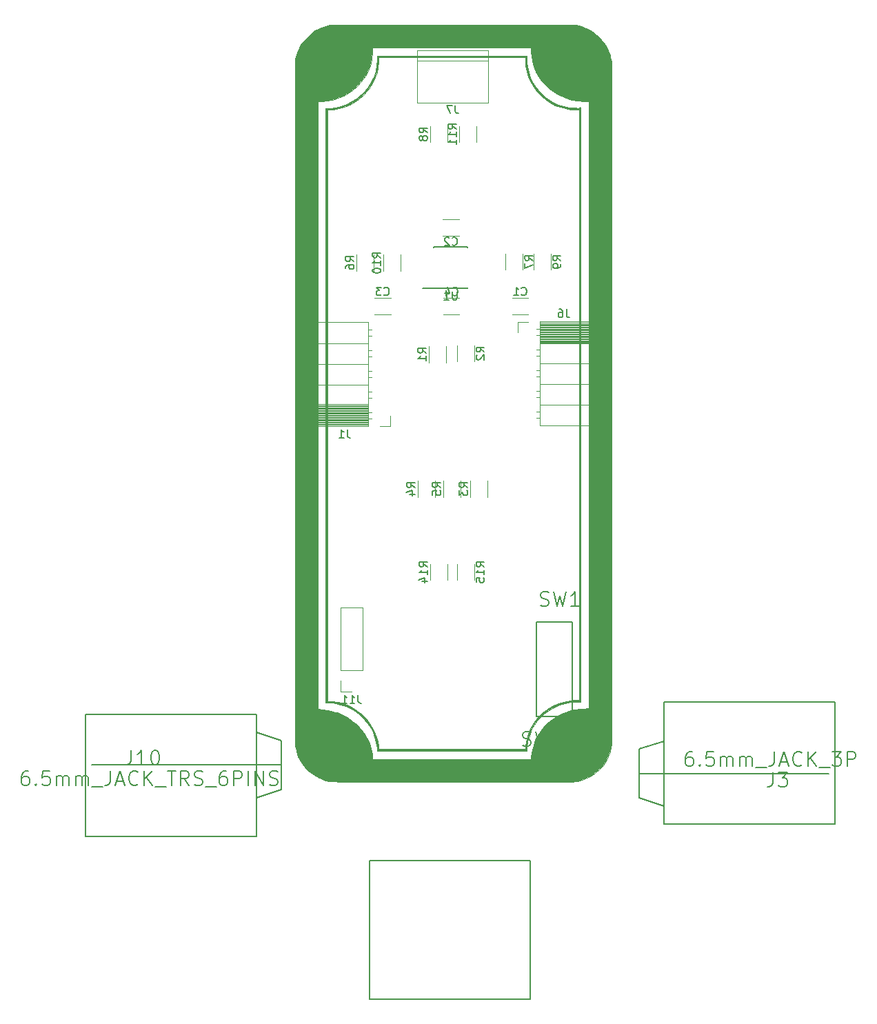
<source format=gbr>
G04 #@! TF.FileFunction,Legend,Bot*
%FSLAX46Y46*%
G04 Gerber Fmt 4.6, Leading zero omitted, Abs format (unit mm)*
G04 Created by KiCad (PCBNEW 4.0.7-e0-6372~58~ubuntu16.04.1) date Sun Jul 15 17:02:29 2018*
%MOMM*%
%LPD*%
G01*
G04 APERTURE LIST*
%ADD10C,0.100000*%
%ADD11C,0.127000*%
%ADD12C,0.120000*%
%ADD13C,0.150000*%
%ADD14C,0.203200*%
%ADD15C,0.010000*%
%ADD16C,0.152400*%
%ADD17C,0.177800*%
G04 APERTURE END LIST*
D10*
D11*
X119126000Y-133850380D02*
X119126000Y-118854220D01*
X119126000Y-118854220D02*
X98127820Y-118854220D01*
X98127820Y-118854220D02*
X98127820Y-123654820D01*
X98127820Y-123654820D02*
X98127820Y-131650740D01*
X98127820Y-131650740D02*
X98127820Y-133850380D01*
X98127820Y-133850380D02*
X119126000Y-133850380D01*
X118397020Y-127650240D02*
X95128080Y-127650240D01*
X95128080Y-127650240D02*
X95128080Y-130649980D01*
X95128080Y-127650240D02*
X95128080Y-124653040D01*
X95128080Y-130649980D02*
X98127820Y-131650740D01*
X95128080Y-124653040D02*
X98127820Y-123654820D01*
X27127200Y-120403620D02*
X27127200Y-135399780D01*
X27127200Y-135399780D02*
X48125380Y-135399780D01*
X48125380Y-135399780D02*
X48125380Y-130599180D01*
X48125380Y-130599180D02*
X48125380Y-122603260D01*
X48125380Y-122603260D02*
X48125380Y-120403620D01*
X48125380Y-120403620D02*
X27127200Y-120403620D01*
X27856180Y-126603760D02*
X51125120Y-126603760D01*
X51125120Y-126603760D02*
X51125120Y-123604020D01*
X51125120Y-126603760D02*
X51125120Y-129600960D01*
X51125120Y-123604020D02*
X48125380Y-122603260D01*
X51125120Y-129600960D02*
X48125380Y-130599180D01*
D12*
X58448900Y-114978000D02*
X58448900Y-107298000D01*
X58448900Y-107298000D02*
X61108900Y-107298000D01*
X61108900Y-107298000D02*
X61108900Y-114978000D01*
X61108900Y-114978000D02*
X58448900Y-114978000D01*
X58448900Y-116248000D02*
X58448900Y-117578000D01*
X58448900Y-117578000D02*
X59778900Y-117578000D01*
X75111000Y-50129700D02*
X75111000Y-48129700D01*
X72971000Y-48129700D02*
X72971000Y-50129700D01*
X67835000Y-38875700D02*
X76535000Y-38875700D01*
X67835000Y-45285700D02*
X76535000Y-45285700D01*
X76535000Y-45285700D02*
X76535000Y-38875700D01*
X76535000Y-40105700D02*
X67835000Y-40105700D01*
X67835000Y-38875700D02*
X67835000Y-45285700D01*
X72717000Y-101914700D02*
X72717000Y-103914700D01*
X74857000Y-103914700D02*
X74857000Y-101914700D01*
X71555000Y-103914700D02*
X71555000Y-101914700D01*
X69415000Y-101914700D02*
X69415000Y-103914700D01*
X82915000Y-72125700D02*
X82915000Y-74725700D01*
X82915000Y-74725700D02*
X91545000Y-74725700D01*
X91545000Y-74725700D02*
X91545000Y-72125700D01*
X91545000Y-72125700D02*
X82915000Y-72125700D01*
X82485000Y-73075700D02*
X82915000Y-73075700D01*
X82485000Y-73835700D02*
X82915000Y-73835700D01*
X82915000Y-72305700D02*
X91545000Y-72305700D01*
X82915000Y-72425700D02*
X91545000Y-72425700D01*
X82915000Y-72545700D02*
X91545000Y-72545700D01*
X82915000Y-72665700D02*
X91545000Y-72665700D01*
X82915000Y-72785700D02*
X91545000Y-72785700D01*
X82915000Y-72905700D02*
X91545000Y-72905700D01*
X82915000Y-73025700D02*
X91545000Y-73025700D01*
X82915000Y-73145700D02*
X91545000Y-73145700D01*
X82915000Y-73265700D02*
X91545000Y-73265700D01*
X82915000Y-73385700D02*
X91545000Y-73385700D01*
X82915000Y-73505700D02*
X91545000Y-73505700D01*
X82915000Y-73625700D02*
X91545000Y-73625700D01*
X82915000Y-73745700D02*
X91545000Y-73745700D01*
X82915000Y-73865700D02*
X91545000Y-73865700D01*
X82915000Y-73985700D02*
X91545000Y-73985700D01*
X82915000Y-74105700D02*
X91545000Y-74105700D01*
X82915000Y-74225700D02*
X91545000Y-74225700D01*
X82915000Y-74345700D02*
X91545000Y-74345700D01*
X82915000Y-74465700D02*
X91545000Y-74465700D01*
X82915000Y-74585700D02*
X91545000Y-74585700D01*
X82915000Y-74705700D02*
X91545000Y-74705700D01*
X82915000Y-74825700D02*
X91545000Y-74825700D01*
X82915000Y-74725700D02*
X82915000Y-77265700D01*
X82915000Y-77265700D02*
X91545000Y-77265700D01*
X91545000Y-77265700D02*
X91545000Y-74725700D01*
X91545000Y-74725700D02*
X82915000Y-74725700D01*
X82485000Y-75615700D02*
X82915000Y-75615700D01*
X82485000Y-76375700D02*
X82915000Y-76375700D01*
X82915000Y-77265700D02*
X82915000Y-79805700D01*
X82915000Y-79805700D02*
X91545000Y-79805700D01*
X91545000Y-79805700D02*
X91545000Y-77265700D01*
X91545000Y-77265700D02*
X82915000Y-77265700D01*
X82485000Y-78155700D02*
X82915000Y-78155700D01*
X82485000Y-78915700D02*
X82915000Y-78915700D01*
X82915000Y-79805700D02*
X82915000Y-82345700D01*
X82915000Y-82345700D02*
X91545000Y-82345700D01*
X91545000Y-82345700D02*
X91545000Y-79805700D01*
X91545000Y-79805700D02*
X82915000Y-79805700D01*
X82485000Y-80695700D02*
X82915000Y-80695700D01*
X82485000Y-81455700D02*
X82915000Y-81455700D01*
X82915000Y-82345700D02*
X82915000Y-84945700D01*
X82915000Y-84945700D02*
X91545000Y-84945700D01*
X91545000Y-84945700D02*
X91545000Y-82345700D01*
X91545000Y-82345700D02*
X82915000Y-82345700D01*
X82485000Y-83235700D02*
X82915000Y-83235700D01*
X82485000Y-83995700D02*
X82915000Y-83995700D01*
X81455000Y-72185700D02*
X80185000Y-72185700D01*
X80185000Y-72185700D02*
X80185000Y-73455700D01*
X61835000Y-85015700D02*
X61835000Y-82415700D01*
X61835000Y-82415700D02*
X53205000Y-82415700D01*
X53205000Y-82415700D02*
X53205000Y-85015700D01*
X53205000Y-85015700D02*
X61835000Y-85015700D01*
X62265000Y-84065700D02*
X61835000Y-84065700D01*
X62265000Y-83305700D02*
X61835000Y-83305700D01*
X61835000Y-84835700D02*
X53205000Y-84835700D01*
X61835000Y-84715700D02*
X53205000Y-84715700D01*
X61835000Y-84595700D02*
X53205000Y-84595700D01*
X61835000Y-84475700D02*
X53205000Y-84475700D01*
X61835000Y-84355700D02*
X53205000Y-84355700D01*
X61835000Y-84235700D02*
X53205000Y-84235700D01*
X61835000Y-84115700D02*
X53205000Y-84115700D01*
X61835000Y-83995700D02*
X53205000Y-83995700D01*
X61835000Y-83875700D02*
X53205000Y-83875700D01*
X61835000Y-83755700D02*
X53205000Y-83755700D01*
X61835000Y-83635700D02*
X53205000Y-83635700D01*
X61835000Y-83515700D02*
X53205000Y-83515700D01*
X61835000Y-83395700D02*
X53205000Y-83395700D01*
X61835000Y-83275700D02*
X53205000Y-83275700D01*
X61835000Y-83155700D02*
X53205000Y-83155700D01*
X61835000Y-83035700D02*
X53205000Y-83035700D01*
X61835000Y-82915700D02*
X53205000Y-82915700D01*
X61835000Y-82795700D02*
X53205000Y-82795700D01*
X61835000Y-82675700D02*
X53205000Y-82675700D01*
X61835000Y-82555700D02*
X53205000Y-82555700D01*
X61835000Y-82435700D02*
X53205000Y-82435700D01*
X61835000Y-82315700D02*
X53205000Y-82315700D01*
X61835000Y-82415700D02*
X61835000Y-79875700D01*
X61835000Y-79875700D02*
X53205000Y-79875700D01*
X53205000Y-79875700D02*
X53205000Y-82415700D01*
X53205000Y-82415700D02*
X61835000Y-82415700D01*
X62265000Y-81525700D02*
X61835000Y-81525700D01*
X62265000Y-80765700D02*
X61835000Y-80765700D01*
X61835000Y-79875700D02*
X61835000Y-77335700D01*
X61835000Y-77335700D02*
X53205000Y-77335700D01*
X53205000Y-77335700D02*
X53205000Y-79875700D01*
X53205000Y-79875700D02*
X61835000Y-79875700D01*
X62265000Y-78985700D02*
X61835000Y-78985700D01*
X62265000Y-78225700D02*
X61835000Y-78225700D01*
X61835000Y-77335700D02*
X61835000Y-74795700D01*
X61835000Y-74795700D02*
X53205000Y-74795700D01*
X53205000Y-74795700D02*
X53205000Y-77335700D01*
X53205000Y-77335700D02*
X61835000Y-77335700D01*
X62265000Y-76445700D02*
X61835000Y-76445700D01*
X62265000Y-75685700D02*
X61835000Y-75685700D01*
X61835000Y-74795700D02*
X61835000Y-72195700D01*
X61835000Y-72195700D02*
X53205000Y-72195700D01*
X53205000Y-72195700D02*
X53205000Y-74795700D01*
X53205000Y-74795700D02*
X61835000Y-74795700D01*
X62265000Y-73905700D02*
X61835000Y-73905700D01*
X62265000Y-73145700D02*
X61835000Y-73145700D01*
X63295000Y-84955700D02*
X64565000Y-84955700D01*
X64565000Y-84955700D02*
X64565000Y-83685700D01*
D13*
X69894000Y-68095700D02*
X69894000Y-68045700D01*
X74044000Y-68095700D02*
X74044000Y-67950700D01*
X74044000Y-62945700D02*
X74044000Y-63090700D01*
X69894000Y-62945700D02*
X69894000Y-63090700D01*
X69894000Y-68095700D02*
X74044000Y-68095700D01*
X69894000Y-62945700D02*
X74044000Y-62945700D01*
X69894000Y-68045700D02*
X68494000Y-68045700D01*
D12*
X65840000Y-65941700D02*
X65840000Y-63941700D01*
X63700000Y-63941700D02*
X63700000Y-65941700D01*
X82115000Y-63814700D02*
X82115000Y-65814700D01*
X84255000Y-65814700D02*
X84255000Y-63814700D01*
X71555000Y-50129700D02*
X71555000Y-48129700D01*
X69415000Y-48129700D02*
X69415000Y-50129700D01*
X78686000Y-63814700D02*
X78686000Y-65814700D01*
X80826000Y-65814700D02*
X80826000Y-63814700D01*
X62538000Y-65941700D02*
X62538000Y-63941700D01*
X60398000Y-63941700D02*
X60398000Y-65941700D01*
X73206000Y-93690700D02*
X73206000Y-91690700D01*
X71066000Y-91690700D02*
X71066000Y-93690700D01*
X70031000Y-93690700D02*
X70031000Y-91690700D01*
X67891000Y-91690700D02*
X67891000Y-93690700D01*
X76508000Y-93690700D02*
X76508000Y-91690700D01*
X74368000Y-91690700D02*
X74368000Y-93690700D01*
X72717000Y-75053700D02*
X72717000Y-77053700D01*
X74857000Y-77053700D02*
X74857000Y-75053700D01*
X71428000Y-77180700D02*
X71428000Y-75180700D01*
X69288000Y-75180700D02*
X69288000Y-77180700D01*
X71039000Y-69235700D02*
X73039000Y-69235700D01*
X73039000Y-71275700D02*
X71039000Y-71275700D01*
X62595000Y-69223700D02*
X64595000Y-69223700D01*
X64595000Y-71263700D02*
X62595000Y-71263700D01*
X72969000Y-61625700D02*
X70969000Y-61625700D01*
X70969000Y-59585700D02*
X72969000Y-59585700D01*
X79486000Y-69223700D02*
X81486000Y-69223700D01*
X81486000Y-71263700D02*
X79486000Y-71263700D01*
D11*
X62017420Y-138348800D02*
X81712580Y-138348800D01*
X81712580Y-138348800D02*
X81712580Y-155346480D01*
X81712580Y-155346480D02*
X62017420Y-155346480D01*
X62017420Y-155346480D02*
X62017420Y-138348800D01*
D14*
X86857840Y-109019340D02*
X82509360Y-109019340D01*
X82509360Y-109019340D02*
X82509360Y-120647460D01*
X82509360Y-120647460D02*
X86857840Y-120647460D01*
X86857840Y-120647460D02*
X86857840Y-109019340D01*
D15*
G36*
X52823669Y-82176357D02*
X52823685Y-79899054D01*
X52823719Y-77704879D01*
X52823775Y-75592292D01*
X52823854Y-73559753D01*
X52823958Y-71605722D01*
X52824091Y-69728661D01*
X52824255Y-67927030D01*
X52824451Y-66199290D01*
X52824683Y-64543900D01*
X52824953Y-62959322D01*
X52825263Y-61444016D01*
X52825616Y-59996443D01*
X52826014Y-58615063D01*
X52826460Y-57298337D01*
X52826955Y-56044725D01*
X52827503Y-54852687D01*
X52828106Y-53720685D01*
X52828766Y-52647179D01*
X52829485Y-51630630D01*
X52830267Y-50669497D01*
X52831113Y-49762242D01*
X52832026Y-48907325D01*
X52833008Y-48103207D01*
X52834062Y-47348347D01*
X52835190Y-46641208D01*
X52836394Y-45980248D01*
X52837678Y-45363930D01*
X52839042Y-44790713D01*
X52840491Y-44259057D01*
X52842026Y-43767424D01*
X52843649Y-43314274D01*
X52845364Y-42898068D01*
X52847172Y-42517265D01*
X52849075Y-42170327D01*
X52851077Y-41855714D01*
X52853180Y-41571887D01*
X52855386Y-41317306D01*
X52857697Y-41090432D01*
X52860116Y-40889725D01*
X52862646Y-40713646D01*
X52865288Y-40560656D01*
X52868046Y-40429214D01*
X52870921Y-40317781D01*
X52873916Y-40224819D01*
X52877034Y-40148787D01*
X52880276Y-40088147D01*
X52883646Y-40041358D01*
X52887146Y-40006881D01*
X52889876Y-39988066D01*
X53039838Y-39363244D01*
X53265367Y-38765859D01*
X53560953Y-38202669D01*
X53921087Y-37680429D01*
X54340262Y-37205896D01*
X54812969Y-36785828D01*
X55333699Y-36426980D01*
X55896943Y-36136110D01*
X56097412Y-36053799D01*
X56320881Y-35972858D01*
X56568539Y-35890882D01*
X56795109Y-35822694D01*
X56845200Y-35808993D01*
X57205034Y-35713380D01*
X72064034Y-35701011D01*
X73412357Y-35699920D01*
X74678616Y-35698967D01*
X75865415Y-35698161D01*
X76975355Y-35697510D01*
X78011040Y-35697024D01*
X78975072Y-35696711D01*
X79870054Y-35696580D01*
X80698589Y-35696640D01*
X81463280Y-35696898D01*
X82166729Y-35697365D01*
X82811539Y-35698049D01*
X83400313Y-35698957D01*
X83935654Y-35700101D01*
X84420164Y-35701487D01*
X84856447Y-35703124D01*
X85247104Y-35705022D01*
X85594739Y-35707190D01*
X85901955Y-35709635D01*
X86171354Y-35712366D01*
X86405540Y-35715393D01*
X86607114Y-35718724D01*
X86778680Y-35722368D01*
X86922840Y-35726333D01*
X87042197Y-35730628D01*
X87139354Y-35735262D01*
X87216915Y-35740244D01*
X87277480Y-35745583D01*
X87323654Y-35751286D01*
X87329696Y-35752204D01*
X87972967Y-35895006D01*
X88588833Y-36116442D01*
X89170540Y-36413068D01*
X89711331Y-36781442D01*
X90203661Y-37217324D01*
X90644452Y-37717829D01*
X91010659Y-38258283D01*
X91302454Y-38839033D01*
X91520009Y-39460421D01*
X91663497Y-40122793D01*
X91665578Y-40136233D01*
X91668965Y-40165842D01*
X91672227Y-40210764D01*
X91675367Y-40272510D01*
X91678385Y-40352596D01*
X91681285Y-40452533D01*
X91684069Y-40573834D01*
X91686738Y-40718012D01*
X91689294Y-40886582D01*
X91691740Y-41081054D01*
X91694078Y-41302944D01*
X91696309Y-41553763D01*
X91698437Y-41835024D01*
X91700462Y-42148241D01*
X91702387Y-42494927D01*
X91704215Y-42876594D01*
X91705947Y-43294756D01*
X91707585Y-43750925D01*
X91709131Y-44246616D01*
X91710588Y-44783340D01*
X91711958Y-45362610D01*
X91713242Y-45985941D01*
X91714442Y-46654844D01*
X91715562Y-47370833D01*
X91716602Y-48135420D01*
X91717566Y-48950120D01*
X91718454Y-49816444D01*
X91719270Y-50735906D01*
X91720014Y-51710019D01*
X91720691Y-52740296D01*
X91721300Y-53828249D01*
X91721845Y-54975393D01*
X91722327Y-56183239D01*
X91722749Y-57453301D01*
X91723113Y-58787093D01*
X91723420Y-60186126D01*
X91723673Y-61651914D01*
X91723875Y-63185971D01*
X91724026Y-64789808D01*
X91724129Y-66464939D01*
X91724187Y-68212877D01*
X91724201Y-70035136D01*
X91724173Y-71933227D01*
X91724106Y-73908665D01*
X91724001Y-75962961D01*
X91723860Y-78097630D01*
X91723687Y-80314184D01*
X91723517Y-82236733D01*
X91723288Y-84551916D01*
X91723033Y-86783861D01*
X91722752Y-88934000D01*
X91722442Y-91003761D01*
X91722101Y-92994574D01*
X91721727Y-94907870D01*
X91721317Y-96745078D01*
X91720871Y-98507627D01*
X91720385Y-100196948D01*
X91719859Y-101814470D01*
X91719289Y-103361624D01*
X91718673Y-104839838D01*
X91718011Y-106250542D01*
X91717299Y-107595167D01*
X91716536Y-108875142D01*
X91715719Y-110091897D01*
X91714847Y-111246862D01*
X91713917Y-112341466D01*
X91712928Y-113377139D01*
X91711877Y-114355311D01*
X91710763Y-115277412D01*
X91709583Y-116144871D01*
X91708335Y-116959119D01*
X91707017Y-117721584D01*
X91705628Y-118433698D01*
X91704165Y-119096889D01*
X91702626Y-119712587D01*
X91701009Y-120282223D01*
X91699312Y-120807225D01*
X91697533Y-121289024D01*
X91695670Y-121729049D01*
X91693721Y-122128731D01*
X91691684Y-122489499D01*
X91689557Y-122812782D01*
X91687337Y-123100011D01*
X91685024Y-123352615D01*
X91682614Y-123572024D01*
X91680106Y-123759668D01*
X91677497Y-123916977D01*
X91674786Y-124045379D01*
X91671971Y-124146306D01*
X91669049Y-124221187D01*
X91666019Y-124271452D01*
X91663515Y-124294900D01*
X91522124Y-124935366D01*
X91305618Y-125542582D01*
X91018645Y-126111703D01*
X90665852Y-126637880D01*
X90251884Y-127116268D01*
X89781388Y-127542020D01*
X89259011Y-127910288D01*
X88689399Y-128216226D01*
X88077199Y-128454988D01*
X87536867Y-128599355D01*
X87502143Y-128606262D01*
X87462741Y-128612745D01*
X87415997Y-128618816D01*
X87359247Y-128624489D01*
X87289827Y-128629778D01*
X87205073Y-128634696D01*
X87102322Y-128639256D01*
X86978907Y-128643472D01*
X86832167Y-128647358D01*
X86659436Y-128650926D01*
X86458051Y-128654190D01*
X86225348Y-128657164D01*
X85958662Y-128659862D01*
X85655329Y-128662296D01*
X85312686Y-128664479D01*
X84928068Y-128666427D01*
X84498811Y-128668151D01*
X84022251Y-128669666D01*
X83495725Y-128670984D01*
X82916567Y-128672120D01*
X82282115Y-128673086D01*
X81589703Y-128673897D01*
X80836668Y-128674565D01*
X80020346Y-128675105D01*
X79138072Y-128675528D01*
X78187183Y-128675850D01*
X77165015Y-128676084D01*
X76068903Y-128676242D01*
X74896184Y-128676338D01*
X73644193Y-128676386D01*
X72310266Y-128676400D01*
X72275700Y-128676400D01*
X70930310Y-128676435D01*
X69666905Y-128676514D01*
X68482801Y-128676596D01*
X67375318Y-128676641D01*
X66341772Y-128676609D01*
X65379482Y-128676458D01*
X64485765Y-128676150D01*
X63657939Y-128675643D01*
X62893322Y-128674897D01*
X62366901Y-128674131D01*
X62366901Y-125861233D01*
X81810934Y-125861233D01*
X81840182Y-125511983D01*
X81935378Y-124817638D01*
X82103885Y-124157238D01*
X82350060Y-123515606D01*
X82505100Y-123194233D01*
X82866346Y-122584254D01*
X83295420Y-122020668D01*
X83786866Y-121507470D01*
X84335226Y-121048652D01*
X84935043Y-120648210D01*
X85580862Y-120310135D01*
X86267225Y-120038422D01*
X86988676Y-119837064D01*
X87134700Y-119805990D01*
X87392952Y-119764019D01*
X87709940Y-119728846D01*
X88059841Y-119703068D01*
X88245950Y-119694249D01*
X88933867Y-119668040D01*
X88933867Y-45144507D01*
X88330617Y-45118325D01*
X87553477Y-45052135D01*
X86826550Y-44921567D01*
X86141949Y-44723827D01*
X85491785Y-44456121D01*
X84868169Y-44115657D01*
X84263215Y-43699640D01*
X84210454Y-43659201D01*
X83665046Y-43185576D01*
X83185354Y-42660456D01*
X82773876Y-42088670D01*
X82433112Y-41475046D01*
X82165562Y-40824410D01*
X81973723Y-40141591D01*
X81860095Y-39431417D01*
X81833380Y-39067316D01*
X81809083Y-38527566D01*
X62360207Y-38527566D01*
X62337339Y-39130816D01*
X62273641Y-39828620D01*
X62135822Y-40490396D01*
X61922255Y-41119761D01*
X61631313Y-41720330D01*
X61261367Y-42295720D01*
X60810790Y-42849546D01*
X60531013Y-43143279D01*
X59972236Y-43647350D01*
X59382174Y-44074924D01*
X58757245Y-44427625D01*
X58093868Y-44707076D01*
X57388461Y-44914903D01*
X56637443Y-45052728D01*
X56220784Y-45097857D01*
X55617534Y-45148619D01*
X55617534Y-119750826D01*
X56198551Y-119802265D01*
X56769767Y-119869521D01*
X57290236Y-119968021D01*
X57790098Y-120103988D01*
X58005479Y-120175269D01*
X58689053Y-120454095D01*
X59326825Y-120797084D01*
X59914818Y-121199426D01*
X60449052Y-121656314D01*
X60925550Y-122162938D01*
X61340333Y-122714491D01*
X61689424Y-123306164D01*
X61968842Y-123933147D01*
X62174611Y-124590634D01*
X62302752Y-125273814D01*
X62315763Y-125384983D01*
X62366901Y-125861233D01*
X62366901Y-128674131D01*
X62189232Y-128673872D01*
X61542986Y-128672527D01*
X60951902Y-128670822D01*
X60413299Y-128668718D01*
X59924493Y-128666172D01*
X59482802Y-128663146D01*
X59085545Y-128659598D01*
X58730039Y-128655488D01*
X58413602Y-128650776D01*
X58133551Y-128645422D01*
X57887205Y-128639386D01*
X57671881Y-128632626D01*
X57484897Y-128625102D01*
X57323571Y-128616775D01*
X57185220Y-128607604D01*
X57067163Y-128597548D01*
X56966717Y-128586567D01*
X56881199Y-128574621D01*
X56807929Y-128561669D01*
X56744222Y-128547672D01*
X56687398Y-128532588D01*
X56634774Y-128516378D01*
X56583668Y-128499000D01*
X56531397Y-128480415D01*
X56475280Y-128460583D01*
X56412634Y-128439462D01*
X56407094Y-128437662D01*
X55795322Y-128195650D01*
X55223277Y-127878932D01*
X54691643Y-127487933D01*
X54326367Y-127152739D01*
X53885357Y-126652800D01*
X53518973Y-126113014D01*
X53227775Y-125534468D01*
X53012328Y-124918250D01*
X52891888Y-124381574D01*
X52888172Y-124355397D01*
X52884591Y-124319902D01*
X52881145Y-124273540D01*
X52877829Y-124214761D01*
X52874642Y-124142016D01*
X52871581Y-124053754D01*
X52868644Y-123948426D01*
X52865827Y-123824481D01*
X52863129Y-123680370D01*
X52860548Y-123514543D01*
X52858079Y-123325449D01*
X52855722Y-123111540D01*
X52853473Y-122871265D01*
X52851331Y-122603074D01*
X52849292Y-122305418D01*
X52847354Y-121976746D01*
X52845514Y-121615509D01*
X52843770Y-121220156D01*
X52842120Y-120789139D01*
X52840561Y-120320906D01*
X52839090Y-119813908D01*
X52837706Y-119266596D01*
X52836405Y-118677419D01*
X52835184Y-118044827D01*
X52834043Y-117367271D01*
X52832977Y-116643200D01*
X52831985Y-115871066D01*
X52831063Y-115049317D01*
X52830210Y-114176404D01*
X52829423Y-113250777D01*
X52828700Y-112270886D01*
X52828037Y-111235182D01*
X52827433Y-110142114D01*
X52826885Y-108990132D01*
X52826390Y-107777688D01*
X52825946Y-106503230D01*
X52825550Y-105165209D01*
X52825200Y-103762074D01*
X52824894Y-102292277D01*
X52824629Y-100754267D01*
X52824402Y-99146495D01*
X52824211Y-97467410D01*
X52824053Y-95715462D01*
X52823926Y-93889102D01*
X52823828Y-91986780D01*
X52823755Y-90006946D01*
X52823706Y-87948050D01*
X52823677Y-85808542D01*
X52823667Y-83586872D01*
X52823669Y-82176357D01*
X52823669Y-82176357D01*
G37*
X52823669Y-82176357D02*
X52823685Y-79899054D01*
X52823719Y-77704879D01*
X52823775Y-75592292D01*
X52823854Y-73559753D01*
X52823958Y-71605722D01*
X52824091Y-69728661D01*
X52824255Y-67927030D01*
X52824451Y-66199290D01*
X52824683Y-64543900D01*
X52824953Y-62959322D01*
X52825263Y-61444016D01*
X52825616Y-59996443D01*
X52826014Y-58615063D01*
X52826460Y-57298337D01*
X52826955Y-56044725D01*
X52827503Y-54852687D01*
X52828106Y-53720685D01*
X52828766Y-52647179D01*
X52829485Y-51630630D01*
X52830267Y-50669497D01*
X52831113Y-49762242D01*
X52832026Y-48907325D01*
X52833008Y-48103207D01*
X52834062Y-47348347D01*
X52835190Y-46641208D01*
X52836394Y-45980248D01*
X52837678Y-45363930D01*
X52839042Y-44790713D01*
X52840491Y-44259057D01*
X52842026Y-43767424D01*
X52843649Y-43314274D01*
X52845364Y-42898068D01*
X52847172Y-42517265D01*
X52849075Y-42170327D01*
X52851077Y-41855714D01*
X52853180Y-41571887D01*
X52855386Y-41317306D01*
X52857697Y-41090432D01*
X52860116Y-40889725D01*
X52862646Y-40713646D01*
X52865288Y-40560656D01*
X52868046Y-40429214D01*
X52870921Y-40317781D01*
X52873916Y-40224819D01*
X52877034Y-40148787D01*
X52880276Y-40088147D01*
X52883646Y-40041358D01*
X52887146Y-40006881D01*
X52889876Y-39988066D01*
X53039838Y-39363244D01*
X53265367Y-38765859D01*
X53560953Y-38202669D01*
X53921087Y-37680429D01*
X54340262Y-37205896D01*
X54812969Y-36785828D01*
X55333699Y-36426980D01*
X55896943Y-36136110D01*
X56097412Y-36053799D01*
X56320881Y-35972858D01*
X56568539Y-35890882D01*
X56795109Y-35822694D01*
X56845200Y-35808993D01*
X57205034Y-35713380D01*
X72064034Y-35701011D01*
X73412357Y-35699920D01*
X74678616Y-35698967D01*
X75865415Y-35698161D01*
X76975355Y-35697510D01*
X78011040Y-35697024D01*
X78975072Y-35696711D01*
X79870054Y-35696580D01*
X80698589Y-35696640D01*
X81463280Y-35696898D01*
X82166729Y-35697365D01*
X82811539Y-35698049D01*
X83400313Y-35698957D01*
X83935654Y-35700101D01*
X84420164Y-35701487D01*
X84856447Y-35703124D01*
X85247104Y-35705022D01*
X85594739Y-35707190D01*
X85901955Y-35709635D01*
X86171354Y-35712366D01*
X86405540Y-35715393D01*
X86607114Y-35718724D01*
X86778680Y-35722368D01*
X86922840Y-35726333D01*
X87042197Y-35730628D01*
X87139354Y-35735262D01*
X87216915Y-35740244D01*
X87277480Y-35745583D01*
X87323654Y-35751286D01*
X87329696Y-35752204D01*
X87972967Y-35895006D01*
X88588833Y-36116442D01*
X89170540Y-36413068D01*
X89711331Y-36781442D01*
X90203661Y-37217324D01*
X90644452Y-37717829D01*
X91010659Y-38258283D01*
X91302454Y-38839033D01*
X91520009Y-39460421D01*
X91663497Y-40122793D01*
X91665578Y-40136233D01*
X91668965Y-40165842D01*
X91672227Y-40210764D01*
X91675367Y-40272510D01*
X91678385Y-40352596D01*
X91681285Y-40452533D01*
X91684069Y-40573834D01*
X91686738Y-40718012D01*
X91689294Y-40886582D01*
X91691740Y-41081054D01*
X91694078Y-41302944D01*
X91696309Y-41553763D01*
X91698437Y-41835024D01*
X91700462Y-42148241D01*
X91702387Y-42494927D01*
X91704215Y-42876594D01*
X91705947Y-43294756D01*
X91707585Y-43750925D01*
X91709131Y-44246616D01*
X91710588Y-44783340D01*
X91711958Y-45362610D01*
X91713242Y-45985941D01*
X91714442Y-46654844D01*
X91715562Y-47370833D01*
X91716602Y-48135420D01*
X91717566Y-48950120D01*
X91718454Y-49816444D01*
X91719270Y-50735906D01*
X91720014Y-51710019D01*
X91720691Y-52740296D01*
X91721300Y-53828249D01*
X91721845Y-54975393D01*
X91722327Y-56183239D01*
X91722749Y-57453301D01*
X91723113Y-58787093D01*
X91723420Y-60186126D01*
X91723673Y-61651914D01*
X91723875Y-63185971D01*
X91724026Y-64789808D01*
X91724129Y-66464939D01*
X91724187Y-68212877D01*
X91724201Y-70035136D01*
X91724173Y-71933227D01*
X91724106Y-73908665D01*
X91724001Y-75962961D01*
X91723860Y-78097630D01*
X91723687Y-80314184D01*
X91723517Y-82236733D01*
X91723288Y-84551916D01*
X91723033Y-86783861D01*
X91722752Y-88934000D01*
X91722442Y-91003761D01*
X91722101Y-92994574D01*
X91721727Y-94907870D01*
X91721317Y-96745078D01*
X91720871Y-98507627D01*
X91720385Y-100196948D01*
X91719859Y-101814470D01*
X91719289Y-103361624D01*
X91718673Y-104839838D01*
X91718011Y-106250542D01*
X91717299Y-107595167D01*
X91716536Y-108875142D01*
X91715719Y-110091897D01*
X91714847Y-111246862D01*
X91713917Y-112341466D01*
X91712928Y-113377139D01*
X91711877Y-114355311D01*
X91710763Y-115277412D01*
X91709583Y-116144871D01*
X91708335Y-116959119D01*
X91707017Y-117721584D01*
X91705628Y-118433698D01*
X91704165Y-119096889D01*
X91702626Y-119712587D01*
X91701009Y-120282223D01*
X91699312Y-120807225D01*
X91697533Y-121289024D01*
X91695670Y-121729049D01*
X91693721Y-122128731D01*
X91691684Y-122489499D01*
X91689557Y-122812782D01*
X91687337Y-123100011D01*
X91685024Y-123352615D01*
X91682614Y-123572024D01*
X91680106Y-123759668D01*
X91677497Y-123916977D01*
X91674786Y-124045379D01*
X91671971Y-124146306D01*
X91669049Y-124221187D01*
X91666019Y-124271452D01*
X91663515Y-124294900D01*
X91522124Y-124935366D01*
X91305618Y-125542582D01*
X91018645Y-126111703D01*
X90665852Y-126637880D01*
X90251884Y-127116268D01*
X89781388Y-127542020D01*
X89259011Y-127910288D01*
X88689399Y-128216226D01*
X88077199Y-128454988D01*
X87536867Y-128599355D01*
X87502143Y-128606262D01*
X87462741Y-128612745D01*
X87415997Y-128618816D01*
X87359247Y-128624489D01*
X87289827Y-128629778D01*
X87205073Y-128634696D01*
X87102322Y-128639256D01*
X86978907Y-128643472D01*
X86832167Y-128647358D01*
X86659436Y-128650926D01*
X86458051Y-128654190D01*
X86225348Y-128657164D01*
X85958662Y-128659862D01*
X85655329Y-128662296D01*
X85312686Y-128664479D01*
X84928068Y-128666427D01*
X84498811Y-128668151D01*
X84022251Y-128669666D01*
X83495725Y-128670984D01*
X82916567Y-128672120D01*
X82282115Y-128673086D01*
X81589703Y-128673897D01*
X80836668Y-128674565D01*
X80020346Y-128675105D01*
X79138072Y-128675528D01*
X78187183Y-128675850D01*
X77165015Y-128676084D01*
X76068903Y-128676242D01*
X74896184Y-128676338D01*
X73644193Y-128676386D01*
X72310266Y-128676400D01*
X72275700Y-128676400D01*
X70930310Y-128676435D01*
X69666905Y-128676514D01*
X68482801Y-128676596D01*
X67375318Y-128676641D01*
X66341772Y-128676609D01*
X65379482Y-128676458D01*
X64485765Y-128676150D01*
X63657939Y-128675643D01*
X62893322Y-128674897D01*
X62366901Y-128674131D01*
X62366901Y-125861233D01*
X81810934Y-125861233D01*
X81840182Y-125511983D01*
X81935378Y-124817638D01*
X82103885Y-124157238D01*
X82350060Y-123515606D01*
X82505100Y-123194233D01*
X82866346Y-122584254D01*
X83295420Y-122020668D01*
X83786866Y-121507470D01*
X84335226Y-121048652D01*
X84935043Y-120648210D01*
X85580862Y-120310135D01*
X86267225Y-120038422D01*
X86988676Y-119837064D01*
X87134700Y-119805990D01*
X87392952Y-119764019D01*
X87709940Y-119728846D01*
X88059841Y-119703068D01*
X88245950Y-119694249D01*
X88933867Y-119668040D01*
X88933867Y-45144507D01*
X88330617Y-45118325D01*
X87553477Y-45052135D01*
X86826550Y-44921567D01*
X86141949Y-44723827D01*
X85491785Y-44456121D01*
X84868169Y-44115657D01*
X84263215Y-43699640D01*
X84210454Y-43659201D01*
X83665046Y-43185576D01*
X83185354Y-42660456D01*
X82773876Y-42088670D01*
X82433112Y-41475046D01*
X82165562Y-40824410D01*
X81973723Y-40141591D01*
X81860095Y-39431417D01*
X81833380Y-39067316D01*
X81809083Y-38527566D01*
X62360207Y-38527566D01*
X62337339Y-39130816D01*
X62273641Y-39828620D01*
X62135822Y-40490396D01*
X61922255Y-41119761D01*
X61631313Y-41720330D01*
X61261367Y-42295720D01*
X60810790Y-42849546D01*
X60531013Y-43143279D01*
X59972236Y-43647350D01*
X59382174Y-44074924D01*
X58757245Y-44427625D01*
X58093868Y-44707076D01*
X57388461Y-44914903D01*
X56637443Y-45052728D01*
X56220784Y-45097857D01*
X55617534Y-45148619D01*
X55617534Y-119750826D01*
X56198551Y-119802265D01*
X56769767Y-119869521D01*
X57290236Y-119968021D01*
X57790098Y-120103988D01*
X58005479Y-120175269D01*
X58689053Y-120454095D01*
X59326825Y-120797084D01*
X59914818Y-121199426D01*
X60449052Y-121656314D01*
X60925550Y-122162938D01*
X61340333Y-122714491D01*
X61689424Y-123306164D01*
X61968842Y-123933147D01*
X62174611Y-124590634D01*
X62302752Y-125273814D01*
X62315763Y-125384983D01*
X62366901Y-125861233D01*
X62366901Y-128674131D01*
X62189232Y-128673872D01*
X61542986Y-128672527D01*
X60951902Y-128670822D01*
X60413299Y-128668718D01*
X59924493Y-128666172D01*
X59482802Y-128663146D01*
X59085545Y-128659598D01*
X58730039Y-128655488D01*
X58413602Y-128650776D01*
X58133551Y-128645422D01*
X57887205Y-128639386D01*
X57671881Y-128632626D01*
X57484897Y-128625102D01*
X57323571Y-128616775D01*
X57185220Y-128607604D01*
X57067163Y-128597548D01*
X56966717Y-128586567D01*
X56881199Y-128574621D01*
X56807929Y-128561669D01*
X56744222Y-128547672D01*
X56687398Y-128532588D01*
X56634774Y-128516378D01*
X56583668Y-128499000D01*
X56531397Y-128480415D01*
X56475280Y-128460583D01*
X56412634Y-128439462D01*
X56407094Y-128437662D01*
X55795322Y-128195650D01*
X55223277Y-127878932D01*
X54691643Y-127487933D01*
X54326367Y-127152739D01*
X53885357Y-126652800D01*
X53518973Y-126113014D01*
X53227775Y-125534468D01*
X53012328Y-124918250D01*
X52891888Y-124381574D01*
X52888172Y-124355397D01*
X52884591Y-124319902D01*
X52881145Y-124273540D01*
X52877829Y-124214761D01*
X52874642Y-124142016D01*
X52871581Y-124053754D01*
X52868644Y-123948426D01*
X52865827Y-123824481D01*
X52863129Y-123680370D01*
X52860548Y-123514543D01*
X52858079Y-123325449D01*
X52855722Y-123111540D01*
X52853473Y-122871265D01*
X52851331Y-122603074D01*
X52849292Y-122305418D01*
X52847354Y-121976746D01*
X52845514Y-121615509D01*
X52843770Y-121220156D01*
X52842120Y-120789139D01*
X52840561Y-120320906D01*
X52839090Y-119813908D01*
X52837706Y-119266596D01*
X52836405Y-118677419D01*
X52835184Y-118044827D01*
X52834043Y-117367271D01*
X52832977Y-116643200D01*
X52831985Y-115871066D01*
X52831063Y-115049317D01*
X52830210Y-114176404D01*
X52829423Y-113250777D01*
X52828700Y-112270886D01*
X52828037Y-111235182D01*
X52827433Y-110142114D01*
X52826885Y-108990132D01*
X52826390Y-107777688D01*
X52825946Y-106503230D01*
X52825550Y-105165209D01*
X52825200Y-103762074D01*
X52824894Y-102292277D01*
X52824629Y-100754267D01*
X52824402Y-99146495D01*
X52824211Y-97467410D01*
X52824053Y-95715462D01*
X52823926Y-93889102D01*
X52823828Y-91986780D01*
X52823755Y-90006946D01*
X52823706Y-87948050D01*
X52823677Y-85808542D01*
X52823667Y-83586872D01*
X52823669Y-82176357D01*
G36*
X57130926Y-45924802D02*
X57838601Y-45852700D01*
X58525435Y-45699471D01*
X59186895Y-45467068D01*
X59818448Y-45157447D01*
X60415562Y-44772560D01*
X60973704Y-44314362D01*
X61064743Y-44228978D01*
X61471435Y-43806144D01*
X61814435Y-43370830D01*
X62113492Y-42896206D01*
X62285516Y-42570400D01*
X62551876Y-41960802D01*
X62740273Y-41358088D01*
X62854415Y-40746827D01*
X62898011Y-40111590D01*
X62898697Y-40019816D01*
X62898867Y-39543566D01*
X81303572Y-39543566D01*
X81324096Y-40189150D01*
X81383100Y-40886465D01*
X81515610Y-41545295D01*
X81723333Y-42169507D01*
X82007976Y-42762967D01*
X82371247Y-43329541D01*
X82814853Y-43873094D01*
X83067943Y-44138074D01*
X83554382Y-44583123D01*
X84050219Y-44953568D01*
X84571171Y-45259235D01*
X85132952Y-45509950D01*
X85434961Y-45618069D01*
X85793305Y-45729616D01*
X86113136Y-45810345D01*
X86425430Y-45865800D01*
X86761166Y-45901530D01*
X87134890Y-45922444D01*
X87770080Y-45947357D01*
X87841266Y-45804045D01*
X87845387Y-45799038D01*
X87849346Y-45802030D01*
X87853148Y-45814666D01*
X87856796Y-45838589D01*
X87860294Y-45875441D01*
X87863643Y-45926867D01*
X87866848Y-45994509D01*
X87869913Y-46080011D01*
X87872840Y-46185016D01*
X87875632Y-46311168D01*
X87878294Y-46460109D01*
X87880828Y-46633483D01*
X87883238Y-46832934D01*
X87885526Y-47060104D01*
X87887698Y-47316638D01*
X87889755Y-47604177D01*
X87891701Y-47924366D01*
X87893539Y-48278848D01*
X87895273Y-48669266D01*
X87896906Y-49097263D01*
X87898442Y-49564484D01*
X87899883Y-50072570D01*
X87901233Y-50623165D01*
X87902496Y-51217913D01*
X87903674Y-51858457D01*
X87904771Y-52546440D01*
X87905791Y-53283506D01*
X87906736Y-54071297D01*
X87907611Y-54911458D01*
X87908417Y-55805631D01*
X87909159Y-56755460D01*
X87909841Y-57762587D01*
X87910464Y-58828657D01*
X87911033Y-59955313D01*
X87911551Y-61144197D01*
X87912022Y-62396954D01*
X87912448Y-63715226D01*
X87912833Y-65100657D01*
X87913180Y-66554890D01*
X87913493Y-68079569D01*
X87913775Y-69676336D01*
X87914029Y-71346835D01*
X87914258Y-73092709D01*
X87914467Y-74915602D01*
X87914658Y-76817157D01*
X87914834Y-78799017D01*
X87915000Y-80862825D01*
X87915103Y-82257900D01*
X87917755Y-118855066D01*
X87335727Y-118856257D01*
X86623242Y-118899152D01*
X85929465Y-119023546D01*
X85259212Y-119227416D01*
X84617300Y-119508743D01*
X84008543Y-119865505D01*
X83437759Y-120295680D01*
X83046473Y-120656263D01*
X82573085Y-121186566D01*
X82171868Y-121755982D01*
X81845023Y-122359730D01*
X81594750Y-122993029D01*
X81423248Y-123651097D01*
X81332717Y-124329151D01*
X81328667Y-124390150D01*
X81300931Y-124845233D01*
X63115721Y-124845233D01*
X63115721Y-124633566D01*
X81090591Y-124633566D01*
X81141009Y-124185505D01*
X81261600Y-123476396D01*
X81457515Y-122799886D01*
X81724409Y-122159926D01*
X82057934Y-121560465D01*
X82453744Y-121005454D01*
X82907491Y-120498843D01*
X83414829Y-120044582D01*
X83971411Y-119646622D01*
X84572890Y-119308912D01*
X85214919Y-119035403D01*
X85893150Y-118830045D01*
X86603238Y-118696788D01*
X87240534Y-118642694D01*
X87433436Y-118635276D01*
X87592112Y-118629095D01*
X87699379Y-118624824D01*
X87737950Y-118623157D01*
X87738461Y-118581102D01*
X87738966Y-118456317D01*
X87739464Y-118250740D01*
X87739955Y-117966308D01*
X87740438Y-117604958D01*
X87740913Y-117168628D01*
X87741379Y-116659254D01*
X87741836Y-116078774D01*
X87742282Y-115429126D01*
X87742718Y-114712245D01*
X87743143Y-113930070D01*
X87743556Y-113084538D01*
X87743957Y-112177586D01*
X87744345Y-111211151D01*
X87744719Y-110187171D01*
X87745080Y-109107582D01*
X87745426Y-107974322D01*
X87745757Y-106789328D01*
X87746072Y-105554537D01*
X87746371Y-104271887D01*
X87746653Y-102943315D01*
X87746918Y-101570757D01*
X87747164Y-100156152D01*
X87747393Y-98701436D01*
X87747602Y-97208547D01*
X87747792Y-95679422D01*
X87747961Y-94115997D01*
X87748110Y-92520211D01*
X87748237Y-90894001D01*
X87748342Y-89239303D01*
X87748425Y-87558055D01*
X87748485Y-85852194D01*
X87748521Y-84123658D01*
X87748534Y-82384900D01*
X87748534Y-46147566D01*
X87377006Y-46147566D01*
X86729651Y-46109702D01*
X86069981Y-45999739D01*
X85417955Y-45823119D01*
X84793530Y-45585288D01*
X84216664Y-45291689D01*
X84197176Y-45280231D01*
X83584328Y-44871609D01*
X83032371Y-44407948D01*
X82544083Y-43893796D01*
X82122243Y-43333706D01*
X81769632Y-42732226D01*
X81489028Y-42093908D01*
X81283211Y-41423302D01*
X81154961Y-40724958D01*
X81113245Y-40231483D01*
X81089882Y-39712900D01*
X63123599Y-39712900D01*
X63097265Y-40231483D01*
X63028504Y-40920706D01*
X62892235Y-41568861D01*
X62684603Y-42190706D01*
X62450824Y-42706275D01*
X62201289Y-43154014D01*
X61923481Y-43563360D01*
X61599371Y-43958857D01*
X61290200Y-44286232D01*
X60754021Y-44765916D01*
X60167988Y-45179889D01*
X59539547Y-45524772D01*
X58876145Y-45797188D01*
X58185227Y-45993756D01*
X57474239Y-46111097D01*
X57220878Y-46132900D01*
X56802867Y-46160294D01*
X56802867Y-118749233D01*
X57040851Y-118749233D01*
X57272950Y-118760888D01*
X57558582Y-118792937D01*
X57870316Y-118841009D01*
X58180722Y-118900730D01*
X58462368Y-118967730D01*
X58530532Y-118986676D01*
X59236893Y-119232788D01*
X59896958Y-119549058D01*
X60508189Y-119933526D01*
X61068049Y-120384237D01*
X61574000Y-120899233D01*
X62023505Y-121476556D01*
X62281964Y-121880505D01*
X62511462Y-122305550D01*
X62699175Y-122738618D01*
X62850625Y-123197146D01*
X62971331Y-123698571D01*
X63066816Y-124260330D01*
X63089998Y-124432483D01*
X63115721Y-124633566D01*
X63115721Y-124845233D01*
X62911545Y-124845233D01*
X62884648Y-124466304D01*
X62795441Y-123794607D01*
X62627381Y-123143213D01*
X62385025Y-122517876D01*
X62072927Y-121924350D01*
X61695642Y-121368388D01*
X61257726Y-120855745D01*
X60763733Y-120392173D01*
X60218219Y-119983427D01*
X59625739Y-119635260D01*
X58990848Y-119353427D01*
X58776566Y-119277217D01*
X58443927Y-119172482D01*
X58138658Y-119092625D01*
X57836787Y-119033478D01*
X57514339Y-118990879D01*
X57147340Y-118960661D01*
X56866367Y-118945350D01*
X56612367Y-118933526D01*
X56591151Y-45948068D01*
X57130926Y-45924802D01*
X57130926Y-45924802D01*
G37*
X57130926Y-45924802D02*
X57838601Y-45852700D01*
X58525435Y-45699471D01*
X59186895Y-45467068D01*
X59818448Y-45157447D01*
X60415562Y-44772560D01*
X60973704Y-44314362D01*
X61064743Y-44228978D01*
X61471435Y-43806144D01*
X61814435Y-43370830D01*
X62113492Y-42896206D01*
X62285516Y-42570400D01*
X62551876Y-41960802D01*
X62740273Y-41358088D01*
X62854415Y-40746827D01*
X62898011Y-40111590D01*
X62898697Y-40019816D01*
X62898867Y-39543566D01*
X81303572Y-39543566D01*
X81324096Y-40189150D01*
X81383100Y-40886465D01*
X81515610Y-41545295D01*
X81723333Y-42169507D01*
X82007976Y-42762967D01*
X82371247Y-43329541D01*
X82814853Y-43873094D01*
X83067943Y-44138074D01*
X83554382Y-44583123D01*
X84050219Y-44953568D01*
X84571171Y-45259235D01*
X85132952Y-45509950D01*
X85434961Y-45618069D01*
X85793305Y-45729616D01*
X86113136Y-45810345D01*
X86425430Y-45865800D01*
X86761166Y-45901530D01*
X87134890Y-45922444D01*
X87770080Y-45947357D01*
X87841266Y-45804045D01*
X87845387Y-45799038D01*
X87849346Y-45802030D01*
X87853148Y-45814666D01*
X87856796Y-45838589D01*
X87860294Y-45875441D01*
X87863643Y-45926867D01*
X87866848Y-45994509D01*
X87869913Y-46080011D01*
X87872840Y-46185016D01*
X87875632Y-46311168D01*
X87878294Y-46460109D01*
X87880828Y-46633483D01*
X87883238Y-46832934D01*
X87885526Y-47060104D01*
X87887698Y-47316638D01*
X87889755Y-47604177D01*
X87891701Y-47924366D01*
X87893539Y-48278848D01*
X87895273Y-48669266D01*
X87896906Y-49097263D01*
X87898442Y-49564484D01*
X87899883Y-50072570D01*
X87901233Y-50623165D01*
X87902496Y-51217913D01*
X87903674Y-51858457D01*
X87904771Y-52546440D01*
X87905791Y-53283506D01*
X87906736Y-54071297D01*
X87907611Y-54911458D01*
X87908417Y-55805631D01*
X87909159Y-56755460D01*
X87909841Y-57762587D01*
X87910464Y-58828657D01*
X87911033Y-59955313D01*
X87911551Y-61144197D01*
X87912022Y-62396954D01*
X87912448Y-63715226D01*
X87912833Y-65100657D01*
X87913180Y-66554890D01*
X87913493Y-68079569D01*
X87913775Y-69676336D01*
X87914029Y-71346835D01*
X87914258Y-73092709D01*
X87914467Y-74915602D01*
X87914658Y-76817157D01*
X87914834Y-78799017D01*
X87915000Y-80862825D01*
X87915103Y-82257900D01*
X87917755Y-118855066D01*
X87335727Y-118856257D01*
X86623242Y-118899152D01*
X85929465Y-119023546D01*
X85259212Y-119227416D01*
X84617300Y-119508743D01*
X84008543Y-119865505D01*
X83437759Y-120295680D01*
X83046473Y-120656263D01*
X82573085Y-121186566D01*
X82171868Y-121755982D01*
X81845023Y-122359730D01*
X81594750Y-122993029D01*
X81423248Y-123651097D01*
X81332717Y-124329151D01*
X81328667Y-124390150D01*
X81300931Y-124845233D01*
X63115721Y-124845233D01*
X63115721Y-124633566D01*
X81090591Y-124633566D01*
X81141009Y-124185505D01*
X81261600Y-123476396D01*
X81457515Y-122799886D01*
X81724409Y-122159926D01*
X82057934Y-121560465D01*
X82453744Y-121005454D01*
X82907491Y-120498843D01*
X83414829Y-120044582D01*
X83971411Y-119646622D01*
X84572890Y-119308912D01*
X85214919Y-119035403D01*
X85893150Y-118830045D01*
X86603238Y-118696788D01*
X87240534Y-118642694D01*
X87433436Y-118635276D01*
X87592112Y-118629095D01*
X87699379Y-118624824D01*
X87737950Y-118623157D01*
X87738461Y-118581102D01*
X87738966Y-118456317D01*
X87739464Y-118250740D01*
X87739955Y-117966308D01*
X87740438Y-117604958D01*
X87740913Y-117168628D01*
X87741379Y-116659254D01*
X87741836Y-116078774D01*
X87742282Y-115429126D01*
X87742718Y-114712245D01*
X87743143Y-113930070D01*
X87743556Y-113084538D01*
X87743957Y-112177586D01*
X87744345Y-111211151D01*
X87744719Y-110187171D01*
X87745080Y-109107582D01*
X87745426Y-107974322D01*
X87745757Y-106789328D01*
X87746072Y-105554537D01*
X87746371Y-104271887D01*
X87746653Y-102943315D01*
X87746918Y-101570757D01*
X87747164Y-100156152D01*
X87747393Y-98701436D01*
X87747602Y-97208547D01*
X87747792Y-95679422D01*
X87747961Y-94115997D01*
X87748110Y-92520211D01*
X87748237Y-90894001D01*
X87748342Y-89239303D01*
X87748425Y-87558055D01*
X87748485Y-85852194D01*
X87748521Y-84123658D01*
X87748534Y-82384900D01*
X87748534Y-46147566D01*
X87377006Y-46147566D01*
X86729651Y-46109702D01*
X86069981Y-45999739D01*
X85417955Y-45823119D01*
X84793530Y-45585288D01*
X84216664Y-45291689D01*
X84197176Y-45280231D01*
X83584328Y-44871609D01*
X83032371Y-44407948D01*
X82544083Y-43893796D01*
X82122243Y-43333706D01*
X81769632Y-42732226D01*
X81489028Y-42093908D01*
X81283211Y-41423302D01*
X81154961Y-40724958D01*
X81113245Y-40231483D01*
X81089882Y-39712900D01*
X63123599Y-39712900D01*
X63097265Y-40231483D01*
X63028504Y-40920706D01*
X62892235Y-41568861D01*
X62684603Y-42190706D01*
X62450824Y-42706275D01*
X62201289Y-43154014D01*
X61923481Y-43563360D01*
X61599371Y-43958857D01*
X61290200Y-44286232D01*
X60754021Y-44765916D01*
X60167988Y-45179889D01*
X59539547Y-45524772D01*
X58876145Y-45797188D01*
X58185227Y-45993756D01*
X57474239Y-46111097D01*
X57220878Y-46132900D01*
X56802867Y-46160294D01*
X56802867Y-118749233D01*
X57040851Y-118749233D01*
X57272950Y-118760888D01*
X57558582Y-118792937D01*
X57870316Y-118841009D01*
X58180722Y-118900730D01*
X58462368Y-118967730D01*
X58530532Y-118986676D01*
X59236893Y-119232788D01*
X59896958Y-119549058D01*
X60508189Y-119933526D01*
X61068049Y-120384237D01*
X61574000Y-120899233D01*
X62023505Y-121476556D01*
X62281964Y-121880505D01*
X62511462Y-122305550D01*
X62699175Y-122738618D01*
X62850625Y-123197146D01*
X62971331Y-123698571D01*
X63066816Y-124260330D01*
X63089998Y-124432483D01*
X63115721Y-124633566D01*
X63115721Y-124845233D01*
X62911545Y-124845233D01*
X62884648Y-124466304D01*
X62795441Y-123794607D01*
X62627381Y-123143213D01*
X62385025Y-122517876D01*
X62072927Y-121924350D01*
X61695642Y-121368388D01*
X61257726Y-120855745D01*
X60763733Y-120392173D01*
X60218219Y-119983427D01*
X59625739Y-119635260D01*
X58990848Y-119353427D01*
X58776566Y-119277217D01*
X58443927Y-119172482D01*
X58138658Y-119092625D01*
X57836787Y-119033478D01*
X57514339Y-118990879D01*
X57147340Y-118960661D01*
X56866367Y-118945350D01*
X56612367Y-118933526D01*
X56591151Y-45948068D01*
X57130926Y-45924802D01*
D16*
X111548333Y-127537633D02*
X111548333Y-128807633D01*
X111463667Y-129061633D01*
X111294333Y-129230967D01*
X111040333Y-129315633D01*
X110871000Y-129315633D01*
X112225667Y-127537633D02*
X113326334Y-127537633D01*
X112733667Y-128214967D01*
X112987667Y-128214967D01*
X113157000Y-128299633D01*
X113241667Y-128384300D01*
X113326334Y-128553633D01*
X113326334Y-128976967D01*
X113241667Y-129146300D01*
X113157000Y-129230967D01*
X112987667Y-129315633D01*
X112479667Y-129315633D01*
X112310334Y-129230967D01*
X112225667Y-129146300D01*
X101642333Y-124997633D02*
X101303667Y-124997633D01*
X101134333Y-125082300D01*
X101049667Y-125166967D01*
X100880333Y-125420967D01*
X100795667Y-125759633D01*
X100795667Y-126436967D01*
X100880333Y-126606300D01*
X100965000Y-126690967D01*
X101134333Y-126775633D01*
X101473000Y-126775633D01*
X101642333Y-126690967D01*
X101727000Y-126606300D01*
X101811667Y-126436967D01*
X101811667Y-126013633D01*
X101727000Y-125844300D01*
X101642333Y-125759633D01*
X101473000Y-125674967D01*
X101134333Y-125674967D01*
X100965000Y-125759633D01*
X100880333Y-125844300D01*
X100795667Y-126013633D01*
X102573666Y-126606300D02*
X102658333Y-126690967D01*
X102573666Y-126775633D01*
X102489000Y-126690967D01*
X102573666Y-126606300D01*
X102573666Y-126775633D01*
X104267000Y-124997633D02*
X103420333Y-124997633D01*
X103335667Y-125844300D01*
X103420333Y-125759633D01*
X103589667Y-125674967D01*
X104013000Y-125674967D01*
X104182333Y-125759633D01*
X104267000Y-125844300D01*
X104351667Y-126013633D01*
X104351667Y-126436967D01*
X104267000Y-126606300D01*
X104182333Y-126690967D01*
X104013000Y-126775633D01*
X103589667Y-126775633D01*
X103420333Y-126690967D01*
X103335667Y-126606300D01*
X105113666Y-126775633D02*
X105113666Y-125590300D01*
X105113666Y-125759633D02*
X105198333Y-125674967D01*
X105367666Y-125590300D01*
X105621666Y-125590300D01*
X105791000Y-125674967D01*
X105875666Y-125844300D01*
X105875666Y-126775633D01*
X105875666Y-125844300D02*
X105960333Y-125674967D01*
X106129666Y-125590300D01*
X106383666Y-125590300D01*
X106553000Y-125674967D01*
X106637666Y-125844300D01*
X106637666Y-126775633D01*
X107484333Y-126775633D02*
X107484333Y-125590300D01*
X107484333Y-125759633D02*
X107569000Y-125674967D01*
X107738333Y-125590300D01*
X107992333Y-125590300D01*
X108161667Y-125674967D01*
X108246333Y-125844300D01*
X108246333Y-126775633D01*
X108246333Y-125844300D02*
X108331000Y-125674967D01*
X108500333Y-125590300D01*
X108754333Y-125590300D01*
X108923667Y-125674967D01*
X109008333Y-125844300D01*
X109008333Y-126775633D01*
X109431667Y-126944967D02*
X110786334Y-126944967D01*
X111717667Y-124997633D02*
X111717667Y-126267633D01*
X111633001Y-126521633D01*
X111463667Y-126690967D01*
X111209667Y-126775633D01*
X111040334Y-126775633D01*
X112479668Y-126267633D02*
X113326334Y-126267633D01*
X112310334Y-126775633D02*
X112903001Y-124997633D01*
X113495668Y-126775633D01*
X115104334Y-126606300D02*
X115019668Y-126690967D01*
X114765668Y-126775633D01*
X114596334Y-126775633D01*
X114342334Y-126690967D01*
X114173001Y-126521633D01*
X114088334Y-126352300D01*
X114003668Y-126013633D01*
X114003668Y-125759633D01*
X114088334Y-125420967D01*
X114173001Y-125251633D01*
X114342334Y-125082300D01*
X114596334Y-124997633D01*
X114765668Y-124997633D01*
X115019668Y-125082300D01*
X115104334Y-125166967D01*
X115866334Y-126775633D02*
X115866334Y-124997633D01*
X116882334Y-126775633D02*
X116120334Y-125759633D01*
X116882334Y-124997633D02*
X115866334Y-126013633D01*
X117221001Y-126944967D02*
X118575668Y-126944967D01*
X118829668Y-124997633D02*
X119930335Y-124997633D01*
X119337668Y-125674967D01*
X119591668Y-125674967D01*
X119761001Y-125759633D01*
X119845668Y-125844300D01*
X119930335Y-126013633D01*
X119930335Y-126436967D01*
X119845668Y-126606300D01*
X119761001Y-126690967D01*
X119591668Y-126775633D01*
X119083668Y-126775633D01*
X118914335Y-126690967D01*
X118829668Y-126606300D01*
X120692334Y-126775633D02*
X120692334Y-124997633D01*
X121369668Y-124997633D01*
X121539001Y-125082300D01*
X121623668Y-125166967D01*
X121708334Y-125336300D01*
X121708334Y-125590300D01*
X121623668Y-125759633D01*
X121539001Y-125844300D01*
X121369668Y-125928967D01*
X120692334Y-125928967D01*
X32672867Y-124769033D02*
X32672867Y-126039033D01*
X32588201Y-126293033D01*
X32418867Y-126462367D01*
X32164867Y-126547033D01*
X31995534Y-126547033D01*
X34450868Y-126547033D02*
X33434868Y-126547033D01*
X33942868Y-126547033D02*
X33942868Y-124769033D01*
X33773534Y-125023033D01*
X33604201Y-125192367D01*
X33434868Y-125277033D01*
X35551534Y-124769033D02*
X35720867Y-124769033D01*
X35890201Y-124853700D01*
X35974867Y-124938367D01*
X36059534Y-125107700D01*
X36144201Y-125446367D01*
X36144201Y-125869700D01*
X36059534Y-126208367D01*
X35974867Y-126377700D01*
X35890201Y-126462367D01*
X35720867Y-126547033D01*
X35551534Y-126547033D01*
X35382201Y-126462367D01*
X35297534Y-126377700D01*
X35212867Y-126208367D01*
X35128201Y-125869700D01*
X35128201Y-125446367D01*
X35212867Y-125107700D01*
X35297534Y-124938367D01*
X35382201Y-124853700D01*
X35551534Y-124769033D01*
X20099866Y-127309033D02*
X19761200Y-127309033D01*
X19591866Y-127393700D01*
X19507200Y-127478367D01*
X19337866Y-127732367D01*
X19253200Y-128071033D01*
X19253200Y-128748367D01*
X19337866Y-128917700D01*
X19422533Y-129002367D01*
X19591866Y-129087033D01*
X19930533Y-129087033D01*
X20099866Y-129002367D01*
X20184533Y-128917700D01*
X20269200Y-128748367D01*
X20269200Y-128325033D01*
X20184533Y-128155700D01*
X20099866Y-128071033D01*
X19930533Y-127986367D01*
X19591866Y-127986367D01*
X19422533Y-128071033D01*
X19337866Y-128155700D01*
X19253200Y-128325033D01*
X21031199Y-128917700D02*
X21115866Y-129002367D01*
X21031199Y-129087033D01*
X20946533Y-129002367D01*
X21031199Y-128917700D01*
X21031199Y-129087033D01*
X22724533Y-127309033D02*
X21877866Y-127309033D01*
X21793200Y-128155700D01*
X21877866Y-128071033D01*
X22047200Y-127986367D01*
X22470533Y-127986367D01*
X22639866Y-128071033D01*
X22724533Y-128155700D01*
X22809200Y-128325033D01*
X22809200Y-128748367D01*
X22724533Y-128917700D01*
X22639866Y-129002367D01*
X22470533Y-129087033D01*
X22047200Y-129087033D01*
X21877866Y-129002367D01*
X21793200Y-128917700D01*
X23571199Y-129087033D02*
X23571199Y-127901700D01*
X23571199Y-128071033D02*
X23655866Y-127986367D01*
X23825199Y-127901700D01*
X24079199Y-127901700D01*
X24248533Y-127986367D01*
X24333199Y-128155700D01*
X24333199Y-129087033D01*
X24333199Y-128155700D02*
X24417866Y-127986367D01*
X24587199Y-127901700D01*
X24841199Y-127901700D01*
X25010533Y-127986367D01*
X25095199Y-128155700D01*
X25095199Y-129087033D01*
X25941866Y-129087033D02*
X25941866Y-127901700D01*
X25941866Y-128071033D02*
X26026533Y-127986367D01*
X26195866Y-127901700D01*
X26449866Y-127901700D01*
X26619200Y-127986367D01*
X26703866Y-128155700D01*
X26703866Y-129087033D01*
X26703866Y-128155700D02*
X26788533Y-127986367D01*
X26957866Y-127901700D01*
X27211866Y-127901700D01*
X27381200Y-127986367D01*
X27465866Y-128155700D01*
X27465866Y-129087033D01*
X27889200Y-129256367D02*
X29243867Y-129256367D01*
X30175200Y-127309033D02*
X30175200Y-128579033D01*
X30090534Y-128833033D01*
X29921200Y-129002367D01*
X29667200Y-129087033D01*
X29497867Y-129087033D01*
X30937201Y-128579033D02*
X31783867Y-128579033D01*
X30767867Y-129087033D02*
X31360534Y-127309033D01*
X31953201Y-129087033D01*
X33561867Y-128917700D02*
X33477201Y-129002367D01*
X33223201Y-129087033D01*
X33053867Y-129087033D01*
X32799867Y-129002367D01*
X32630534Y-128833033D01*
X32545867Y-128663700D01*
X32461201Y-128325033D01*
X32461201Y-128071033D01*
X32545867Y-127732367D01*
X32630534Y-127563033D01*
X32799867Y-127393700D01*
X33053867Y-127309033D01*
X33223201Y-127309033D01*
X33477201Y-127393700D01*
X33561867Y-127478367D01*
X34323867Y-129087033D02*
X34323867Y-127309033D01*
X35339867Y-129087033D02*
X34577867Y-128071033D01*
X35339867Y-127309033D02*
X34323867Y-128325033D01*
X35678534Y-129256367D02*
X37033201Y-129256367D01*
X37202534Y-127309033D02*
X38218534Y-127309033D01*
X37710534Y-129087033D02*
X37710534Y-127309033D01*
X39827201Y-129087033D02*
X39234535Y-128240367D01*
X38811201Y-129087033D02*
X38811201Y-127309033D01*
X39488535Y-127309033D01*
X39657868Y-127393700D01*
X39742535Y-127478367D01*
X39827201Y-127647700D01*
X39827201Y-127901700D01*
X39742535Y-128071033D01*
X39657868Y-128155700D01*
X39488535Y-128240367D01*
X38811201Y-128240367D01*
X40504535Y-129002367D02*
X40758535Y-129087033D01*
X41181868Y-129087033D01*
X41351201Y-129002367D01*
X41435868Y-128917700D01*
X41520535Y-128748367D01*
X41520535Y-128579033D01*
X41435868Y-128409700D01*
X41351201Y-128325033D01*
X41181868Y-128240367D01*
X40843201Y-128155700D01*
X40673868Y-128071033D01*
X40589201Y-127986367D01*
X40504535Y-127817033D01*
X40504535Y-127647700D01*
X40589201Y-127478367D01*
X40673868Y-127393700D01*
X40843201Y-127309033D01*
X41266535Y-127309033D01*
X41520535Y-127393700D01*
X41859201Y-129256367D02*
X43213868Y-129256367D01*
X44399201Y-127309033D02*
X44060535Y-127309033D01*
X43891201Y-127393700D01*
X43806535Y-127478367D01*
X43637201Y-127732367D01*
X43552535Y-128071033D01*
X43552535Y-128748367D01*
X43637201Y-128917700D01*
X43721868Y-129002367D01*
X43891201Y-129087033D01*
X44229868Y-129087033D01*
X44399201Y-129002367D01*
X44483868Y-128917700D01*
X44568535Y-128748367D01*
X44568535Y-128325033D01*
X44483868Y-128155700D01*
X44399201Y-128071033D01*
X44229868Y-127986367D01*
X43891201Y-127986367D01*
X43721868Y-128071033D01*
X43637201Y-128155700D01*
X43552535Y-128325033D01*
X45330534Y-129087033D02*
X45330534Y-127309033D01*
X46007868Y-127309033D01*
X46177201Y-127393700D01*
X46261868Y-127478367D01*
X46346534Y-127647700D01*
X46346534Y-127901700D01*
X46261868Y-128071033D01*
X46177201Y-128155700D01*
X46007868Y-128240367D01*
X45330534Y-128240367D01*
X47108534Y-129087033D02*
X47108534Y-127309033D01*
X47955201Y-129087033D02*
X47955201Y-127309033D01*
X48971201Y-129087033D01*
X48971201Y-127309033D01*
X49733202Y-129002367D02*
X49987202Y-129087033D01*
X50410535Y-129087033D01*
X50579868Y-129002367D01*
X50664535Y-128917700D01*
X50749202Y-128748367D01*
X50749202Y-128579033D01*
X50664535Y-128409700D01*
X50579868Y-128325033D01*
X50410535Y-128240367D01*
X50071868Y-128155700D01*
X49902535Y-128071033D01*
X49817868Y-127986367D01*
X49733202Y-127817033D01*
X49733202Y-127647700D01*
X49817868Y-127478367D01*
X49902535Y-127393700D01*
X50071868Y-127309033D01*
X50495202Y-127309033D01*
X50749202Y-127393700D01*
D13*
X60588423Y-118030381D02*
X60588423Y-118744667D01*
X60636043Y-118887524D01*
X60731281Y-118982762D01*
X60874138Y-119030381D01*
X60969376Y-119030381D01*
X59588423Y-119030381D02*
X60159852Y-119030381D01*
X59874138Y-119030381D02*
X59874138Y-118030381D01*
X59969376Y-118173238D01*
X60064614Y-118268476D01*
X60159852Y-118316095D01*
X58636042Y-119030381D02*
X59207471Y-119030381D01*
X58921757Y-119030381D02*
X58921757Y-118030381D01*
X59016995Y-118173238D01*
X59112233Y-118268476D01*
X59207471Y-118316095D01*
X72643381Y-48486843D02*
X72167190Y-48153509D01*
X72643381Y-47915414D02*
X71643381Y-47915414D01*
X71643381Y-48296367D01*
X71691000Y-48391605D01*
X71738619Y-48439224D01*
X71833857Y-48486843D01*
X71976714Y-48486843D01*
X72071952Y-48439224D01*
X72119571Y-48391605D01*
X72167190Y-48296367D01*
X72167190Y-47915414D01*
X72643381Y-49439224D02*
X72643381Y-48867795D01*
X72643381Y-49153509D02*
X71643381Y-49153509D01*
X71786238Y-49058271D01*
X71881476Y-48963033D01*
X71929095Y-48867795D01*
X72643381Y-50391605D02*
X72643381Y-49820176D01*
X72643381Y-50105890D02*
X71643381Y-50105890D01*
X71786238Y-50010652D01*
X71881476Y-49915414D01*
X71929095Y-49820176D01*
X72518333Y-45598081D02*
X72518333Y-46312367D01*
X72565953Y-46455224D01*
X72661191Y-46550462D01*
X72804048Y-46598081D01*
X72899286Y-46598081D01*
X72137381Y-45598081D02*
X71470714Y-45598081D01*
X71899286Y-46598081D01*
X76089381Y-102271843D02*
X75613190Y-101938509D01*
X76089381Y-101700414D02*
X75089381Y-101700414D01*
X75089381Y-102081367D01*
X75137000Y-102176605D01*
X75184619Y-102224224D01*
X75279857Y-102271843D01*
X75422714Y-102271843D01*
X75517952Y-102224224D01*
X75565571Y-102176605D01*
X75613190Y-102081367D01*
X75613190Y-101700414D01*
X76089381Y-103224224D02*
X76089381Y-102652795D01*
X76089381Y-102938509D02*
X75089381Y-102938509D01*
X75232238Y-102843271D01*
X75327476Y-102748033D01*
X75375095Y-102652795D01*
X75089381Y-104128986D02*
X75089381Y-103652795D01*
X75565571Y-103605176D01*
X75517952Y-103652795D01*
X75470333Y-103748033D01*
X75470333Y-103986129D01*
X75517952Y-104081367D01*
X75565571Y-104128986D01*
X75660810Y-104176605D01*
X75898905Y-104176605D01*
X75994143Y-104128986D01*
X76041762Y-104081367D01*
X76089381Y-103986129D01*
X76089381Y-103748033D01*
X76041762Y-103652795D01*
X75994143Y-103605176D01*
X69087381Y-102271843D02*
X68611190Y-101938509D01*
X69087381Y-101700414D02*
X68087381Y-101700414D01*
X68087381Y-102081367D01*
X68135000Y-102176605D01*
X68182619Y-102224224D01*
X68277857Y-102271843D01*
X68420714Y-102271843D01*
X68515952Y-102224224D01*
X68563571Y-102176605D01*
X68611190Y-102081367D01*
X68611190Y-101700414D01*
X69087381Y-103224224D02*
X69087381Y-102652795D01*
X69087381Y-102938509D02*
X68087381Y-102938509D01*
X68230238Y-102843271D01*
X68325476Y-102748033D01*
X68373095Y-102652795D01*
X68420714Y-104081367D02*
X69087381Y-104081367D01*
X68039762Y-103843271D02*
X68754048Y-103605176D01*
X68754048Y-104224224D01*
X86168333Y-70638081D02*
X86168333Y-71352367D01*
X86215953Y-71495224D01*
X86311191Y-71590462D01*
X86454048Y-71638081D01*
X86549286Y-71638081D01*
X85263571Y-70638081D02*
X85454048Y-70638081D01*
X85549286Y-70685700D01*
X85596905Y-70733319D01*
X85692143Y-70876176D01*
X85739762Y-71066652D01*
X85739762Y-71447605D01*
X85692143Y-71542843D01*
X85644524Y-71590462D01*
X85549286Y-71638081D01*
X85358809Y-71638081D01*
X85263571Y-71590462D01*
X85215952Y-71542843D01*
X85168333Y-71447605D01*
X85168333Y-71209510D01*
X85215952Y-71114271D01*
X85263571Y-71066652D01*
X85358809Y-71019033D01*
X85549286Y-71019033D01*
X85644524Y-71066652D01*
X85692143Y-71114271D01*
X85739762Y-71209510D01*
X59248333Y-85408081D02*
X59248333Y-86122367D01*
X59295953Y-86265224D01*
X59391191Y-86360462D01*
X59534048Y-86408081D01*
X59629286Y-86408081D01*
X58248333Y-86408081D02*
X58819762Y-86408081D01*
X58534048Y-86408081D02*
X58534048Y-85408081D01*
X58629286Y-85550938D01*
X58724524Y-85646176D01*
X58819762Y-85693795D01*
X72730905Y-68473081D02*
X72730905Y-69282605D01*
X72683286Y-69377843D01*
X72635667Y-69425462D01*
X72540429Y-69473081D01*
X72349952Y-69473081D01*
X72254714Y-69425462D01*
X72207095Y-69377843D01*
X72159476Y-69282605D01*
X72159476Y-68473081D01*
X71159476Y-69473081D02*
X71730905Y-69473081D01*
X71445191Y-69473081D02*
X71445191Y-68473081D01*
X71540429Y-68615938D01*
X71635667Y-68711176D01*
X71730905Y-68758795D01*
X63372381Y-64298843D02*
X62896190Y-63965509D01*
X63372381Y-63727414D02*
X62372381Y-63727414D01*
X62372381Y-64108367D01*
X62420000Y-64203605D01*
X62467619Y-64251224D01*
X62562857Y-64298843D01*
X62705714Y-64298843D01*
X62800952Y-64251224D01*
X62848571Y-64203605D01*
X62896190Y-64108367D01*
X62896190Y-63727414D01*
X63372381Y-65251224D02*
X63372381Y-64679795D01*
X63372381Y-64965509D02*
X62372381Y-64965509D01*
X62515238Y-64870271D01*
X62610476Y-64775033D01*
X62658095Y-64679795D01*
X62372381Y-65870271D02*
X62372381Y-65965510D01*
X62420000Y-66060748D01*
X62467619Y-66108367D01*
X62562857Y-66155986D01*
X62753333Y-66203605D01*
X62991429Y-66203605D01*
X63181905Y-66155986D01*
X63277143Y-66108367D01*
X63324762Y-66060748D01*
X63372381Y-65965510D01*
X63372381Y-65870271D01*
X63324762Y-65775033D01*
X63277143Y-65727414D01*
X63181905Y-65679795D01*
X62991429Y-65632176D01*
X62753333Y-65632176D01*
X62562857Y-65679795D01*
X62467619Y-65727414D01*
X62420000Y-65775033D01*
X62372381Y-65870271D01*
X85487381Y-64648034D02*
X85011190Y-64314700D01*
X85487381Y-64076605D02*
X84487381Y-64076605D01*
X84487381Y-64457558D01*
X84535000Y-64552796D01*
X84582619Y-64600415D01*
X84677857Y-64648034D01*
X84820714Y-64648034D01*
X84915952Y-64600415D01*
X84963571Y-64552796D01*
X85011190Y-64457558D01*
X85011190Y-64076605D01*
X85487381Y-65124224D02*
X85487381Y-65314700D01*
X85439762Y-65409939D01*
X85392143Y-65457558D01*
X85249286Y-65552796D01*
X85058810Y-65600415D01*
X84677857Y-65600415D01*
X84582619Y-65552796D01*
X84535000Y-65505177D01*
X84487381Y-65409939D01*
X84487381Y-65219462D01*
X84535000Y-65124224D01*
X84582619Y-65076605D01*
X84677857Y-65028986D01*
X84915952Y-65028986D01*
X85011190Y-65076605D01*
X85058810Y-65124224D01*
X85106429Y-65219462D01*
X85106429Y-65409939D01*
X85058810Y-65505177D01*
X85011190Y-65552796D01*
X84915952Y-65600415D01*
X69087381Y-48963034D02*
X68611190Y-48629700D01*
X69087381Y-48391605D02*
X68087381Y-48391605D01*
X68087381Y-48772558D01*
X68135000Y-48867796D01*
X68182619Y-48915415D01*
X68277857Y-48963034D01*
X68420714Y-48963034D01*
X68515952Y-48915415D01*
X68563571Y-48867796D01*
X68611190Y-48772558D01*
X68611190Y-48391605D01*
X68515952Y-49534462D02*
X68468333Y-49439224D01*
X68420714Y-49391605D01*
X68325476Y-49343986D01*
X68277857Y-49343986D01*
X68182619Y-49391605D01*
X68135000Y-49439224D01*
X68087381Y-49534462D01*
X68087381Y-49724939D01*
X68135000Y-49820177D01*
X68182619Y-49867796D01*
X68277857Y-49915415D01*
X68325476Y-49915415D01*
X68420714Y-49867796D01*
X68468333Y-49820177D01*
X68515952Y-49724939D01*
X68515952Y-49534462D01*
X68563571Y-49439224D01*
X68611190Y-49391605D01*
X68706429Y-49343986D01*
X68896905Y-49343986D01*
X68992143Y-49391605D01*
X69039762Y-49439224D01*
X69087381Y-49534462D01*
X69087381Y-49724939D01*
X69039762Y-49820177D01*
X68992143Y-49867796D01*
X68896905Y-49915415D01*
X68706429Y-49915415D01*
X68611190Y-49867796D01*
X68563571Y-49820177D01*
X68515952Y-49724939D01*
X82058381Y-64648034D02*
X81582190Y-64314700D01*
X82058381Y-64076605D02*
X81058381Y-64076605D01*
X81058381Y-64457558D01*
X81106000Y-64552796D01*
X81153619Y-64600415D01*
X81248857Y-64648034D01*
X81391714Y-64648034D01*
X81486952Y-64600415D01*
X81534571Y-64552796D01*
X81582190Y-64457558D01*
X81582190Y-64076605D01*
X81058381Y-64981367D02*
X81058381Y-65648034D01*
X82058381Y-65219462D01*
X60070381Y-64775034D02*
X59594190Y-64441700D01*
X60070381Y-64203605D02*
X59070381Y-64203605D01*
X59070381Y-64584558D01*
X59118000Y-64679796D01*
X59165619Y-64727415D01*
X59260857Y-64775034D01*
X59403714Y-64775034D01*
X59498952Y-64727415D01*
X59546571Y-64679796D01*
X59594190Y-64584558D01*
X59594190Y-64203605D01*
X59070381Y-65632177D02*
X59070381Y-65441700D01*
X59118000Y-65346462D01*
X59165619Y-65298843D01*
X59308476Y-65203605D01*
X59498952Y-65155986D01*
X59879905Y-65155986D01*
X59975143Y-65203605D01*
X60022762Y-65251224D01*
X60070381Y-65346462D01*
X60070381Y-65536939D01*
X60022762Y-65632177D01*
X59975143Y-65679796D01*
X59879905Y-65727415D01*
X59641810Y-65727415D01*
X59546571Y-65679796D01*
X59498952Y-65632177D01*
X59451333Y-65536939D01*
X59451333Y-65346462D01*
X59498952Y-65251224D01*
X59546571Y-65203605D01*
X59641810Y-65155986D01*
X70738381Y-92524034D02*
X70262190Y-92190700D01*
X70738381Y-91952605D02*
X69738381Y-91952605D01*
X69738381Y-92333558D01*
X69786000Y-92428796D01*
X69833619Y-92476415D01*
X69928857Y-92524034D01*
X70071714Y-92524034D01*
X70166952Y-92476415D01*
X70214571Y-92428796D01*
X70262190Y-92333558D01*
X70262190Y-91952605D01*
X69738381Y-93428796D02*
X69738381Y-92952605D01*
X70214571Y-92904986D01*
X70166952Y-92952605D01*
X70119333Y-93047843D01*
X70119333Y-93285939D01*
X70166952Y-93381177D01*
X70214571Y-93428796D01*
X70309810Y-93476415D01*
X70547905Y-93476415D01*
X70643143Y-93428796D01*
X70690762Y-93381177D01*
X70738381Y-93285939D01*
X70738381Y-93047843D01*
X70690762Y-92952605D01*
X70643143Y-92904986D01*
X67563381Y-92524034D02*
X67087190Y-92190700D01*
X67563381Y-91952605D02*
X66563381Y-91952605D01*
X66563381Y-92333558D01*
X66611000Y-92428796D01*
X66658619Y-92476415D01*
X66753857Y-92524034D01*
X66896714Y-92524034D01*
X66991952Y-92476415D01*
X67039571Y-92428796D01*
X67087190Y-92333558D01*
X67087190Y-91952605D01*
X66896714Y-93381177D02*
X67563381Y-93381177D01*
X66515762Y-93143081D02*
X67230048Y-92904986D01*
X67230048Y-93524034D01*
X74040381Y-92524034D02*
X73564190Y-92190700D01*
X74040381Y-91952605D02*
X73040381Y-91952605D01*
X73040381Y-92333558D01*
X73088000Y-92428796D01*
X73135619Y-92476415D01*
X73230857Y-92524034D01*
X73373714Y-92524034D01*
X73468952Y-92476415D01*
X73516571Y-92428796D01*
X73564190Y-92333558D01*
X73564190Y-91952605D01*
X73040381Y-92857367D02*
X73040381Y-93476415D01*
X73421333Y-93143081D01*
X73421333Y-93285939D01*
X73468952Y-93381177D01*
X73516571Y-93428796D01*
X73611810Y-93476415D01*
X73849905Y-93476415D01*
X73945143Y-93428796D01*
X73992762Y-93381177D01*
X74040381Y-93285939D01*
X74040381Y-93000224D01*
X73992762Y-92904986D01*
X73945143Y-92857367D01*
X76089381Y-75887034D02*
X75613190Y-75553700D01*
X76089381Y-75315605D02*
X75089381Y-75315605D01*
X75089381Y-75696558D01*
X75137000Y-75791796D01*
X75184619Y-75839415D01*
X75279857Y-75887034D01*
X75422714Y-75887034D01*
X75517952Y-75839415D01*
X75565571Y-75791796D01*
X75613190Y-75696558D01*
X75613190Y-75315605D01*
X75184619Y-76267986D02*
X75137000Y-76315605D01*
X75089381Y-76410843D01*
X75089381Y-76648939D01*
X75137000Y-76744177D01*
X75184619Y-76791796D01*
X75279857Y-76839415D01*
X75375095Y-76839415D01*
X75517952Y-76791796D01*
X76089381Y-76220367D01*
X76089381Y-76839415D01*
X68960381Y-76014034D02*
X68484190Y-75680700D01*
X68960381Y-75442605D02*
X67960381Y-75442605D01*
X67960381Y-75823558D01*
X68008000Y-75918796D01*
X68055619Y-75966415D01*
X68150857Y-76014034D01*
X68293714Y-76014034D01*
X68388952Y-75966415D01*
X68436571Y-75918796D01*
X68484190Y-75823558D01*
X68484190Y-75442605D01*
X68960381Y-76966415D02*
X68960381Y-76394986D01*
X68960381Y-76680700D02*
X67960381Y-76680700D01*
X68103238Y-76585462D01*
X68198476Y-76490224D01*
X68246095Y-76394986D01*
X72205666Y-68862843D02*
X72253285Y-68910462D01*
X72396142Y-68958081D01*
X72491380Y-68958081D01*
X72634238Y-68910462D01*
X72729476Y-68815224D01*
X72777095Y-68719986D01*
X72824714Y-68529510D01*
X72824714Y-68386652D01*
X72777095Y-68196176D01*
X72729476Y-68100938D01*
X72634238Y-68005700D01*
X72491380Y-67958081D01*
X72396142Y-67958081D01*
X72253285Y-68005700D01*
X72205666Y-68053319D01*
X71348523Y-68291414D02*
X71348523Y-68958081D01*
X71586619Y-67910462D02*
X71824714Y-68624748D01*
X71205666Y-68624748D01*
X63761666Y-68850843D02*
X63809285Y-68898462D01*
X63952142Y-68946081D01*
X64047380Y-68946081D01*
X64190238Y-68898462D01*
X64285476Y-68803224D01*
X64333095Y-68707986D01*
X64380714Y-68517510D01*
X64380714Y-68374652D01*
X64333095Y-68184176D01*
X64285476Y-68088938D01*
X64190238Y-67993700D01*
X64047380Y-67946081D01*
X63952142Y-67946081D01*
X63809285Y-67993700D01*
X63761666Y-68041319D01*
X63428333Y-67946081D02*
X62809285Y-67946081D01*
X63142619Y-68327033D01*
X62999761Y-68327033D01*
X62904523Y-68374652D01*
X62856904Y-68422271D01*
X62809285Y-68517510D01*
X62809285Y-68755605D01*
X62856904Y-68850843D01*
X62904523Y-68898462D01*
X62999761Y-68946081D01*
X63285476Y-68946081D01*
X63380714Y-68898462D01*
X63428333Y-68850843D01*
X72135666Y-62712843D02*
X72183285Y-62760462D01*
X72326142Y-62808081D01*
X72421380Y-62808081D01*
X72564238Y-62760462D01*
X72659476Y-62665224D01*
X72707095Y-62569986D01*
X72754714Y-62379510D01*
X72754714Y-62236652D01*
X72707095Y-62046176D01*
X72659476Y-61950938D01*
X72564238Y-61855700D01*
X72421380Y-61808081D01*
X72326142Y-61808081D01*
X72183285Y-61855700D01*
X72135666Y-61903319D01*
X71754714Y-61903319D02*
X71707095Y-61855700D01*
X71611857Y-61808081D01*
X71373761Y-61808081D01*
X71278523Y-61855700D01*
X71230904Y-61903319D01*
X71183285Y-61998557D01*
X71183285Y-62093795D01*
X71230904Y-62236652D01*
X71802333Y-62808081D01*
X71183285Y-62808081D01*
X80652666Y-68850843D02*
X80700285Y-68898462D01*
X80843142Y-68946081D01*
X80938380Y-68946081D01*
X81081238Y-68898462D01*
X81176476Y-68803224D01*
X81224095Y-68707986D01*
X81271714Y-68517510D01*
X81271714Y-68374652D01*
X81224095Y-68184176D01*
X81176476Y-68088938D01*
X81081238Y-67993700D01*
X80938380Y-67946081D01*
X80843142Y-67946081D01*
X80700285Y-67993700D01*
X80652666Y-68041319D01*
X79700285Y-68946081D02*
X80271714Y-68946081D01*
X79986000Y-68946081D02*
X79986000Y-67946081D01*
X80081238Y-68088938D01*
X80176476Y-68184176D01*
X80271714Y-68231795D01*
D17*
X82947934Y-107044067D02*
X83201934Y-107128733D01*
X83625267Y-107128733D01*
X83794600Y-107044067D01*
X83879267Y-106959400D01*
X83963934Y-106790067D01*
X83963934Y-106620733D01*
X83879267Y-106451400D01*
X83794600Y-106366733D01*
X83625267Y-106282067D01*
X83286600Y-106197400D01*
X83117267Y-106112733D01*
X83032600Y-106028067D01*
X82947934Y-105858733D01*
X82947934Y-105689400D01*
X83032600Y-105520067D01*
X83117267Y-105435400D01*
X83286600Y-105350733D01*
X83709934Y-105350733D01*
X83963934Y-105435400D01*
X84556600Y-105350733D02*
X84979933Y-107128733D01*
X85318600Y-105858733D01*
X85657267Y-107128733D01*
X86080600Y-105350733D01*
X87689267Y-107128733D02*
X86673267Y-107128733D01*
X87181267Y-107128733D02*
X87181267Y-105350733D01*
X87011933Y-105604733D01*
X86842600Y-105774067D01*
X86673267Y-105858733D01*
X80788934Y-124189067D02*
X81042934Y-124273733D01*
X81466267Y-124273733D01*
X81635600Y-124189067D01*
X81720267Y-124104400D01*
X81804934Y-123935067D01*
X81804934Y-123765733D01*
X81720267Y-123596400D01*
X81635600Y-123511733D01*
X81466267Y-123427067D01*
X81127600Y-123342400D01*
X80958267Y-123257733D01*
X80873600Y-123173067D01*
X80788934Y-123003733D01*
X80788934Y-122834400D01*
X80873600Y-122665067D01*
X80958267Y-122580400D01*
X81127600Y-122495733D01*
X81550934Y-122495733D01*
X81804934Y-122580400D01*
X82397600Y-122495733D02*
X82820933Y-124273733D01*
X83159600Y-123003733D01*
X83498267Y-124273733D01*
X83921600Y-122495733D01*
X84175600Y-124443067D02*
X85530267Y-124443067D01*
X85953600Y-124273733D02*
X85953600Y-122495733D01*
X86630934Y-122495733D01*
X86800267Y-122580400D01*
X86884934Y-122665067D01*
X86969600Y-122834400D01*
X86969600Y-123088400D01*
X86884934Y-123257733D01*
X86800267Y-123342400D01*
X86630934Y-123427067D01*
X85953600Y-123427067D01*
X88493600Y-123088400D02*
X88493600Y-124273733D01*
X87731600Y-123088400D02*
X87731600Y-124019733D01*
X87816267Y-124189067D01*
X87985600Y-124273733D01*
X88239600Y-124273733D01*
X88408934Y-124189067D01*
X88493600Y-124104400D01*
X89255601Y-124189067D02*
X89424934Y-124273733D01*
X89763601Y-124273733D01*
X89932934Y-124189067D01*
X90017601Y-124019733D01*
X90017601Y-123935067D01*
X89932934Y-123765733D01*
X89763601Y-123681067D01*
X89509601Y-123681067D01*
X89340267Y-123596400D01*
X89255601Y-123427067D01*
X89255601Y-123342400D01*
X89340267Y-123173067D01*
X89509601Y-123088400D01*
X89763601Y-123088400D01*
X89932934Y-123173067D01*
X90779600Y-124273733D02*
X90779600Y-122495733D01*
X91541600Y-124273733D02*
X91541600Y-123342400D01*
X91456934Y-123173067D01*
X91287600Y-123088400D01*
X91033600Y-123088400D01*
X90864267Y-123173067D01*
X90779600Y-123257733D01*
M02*

</source>
